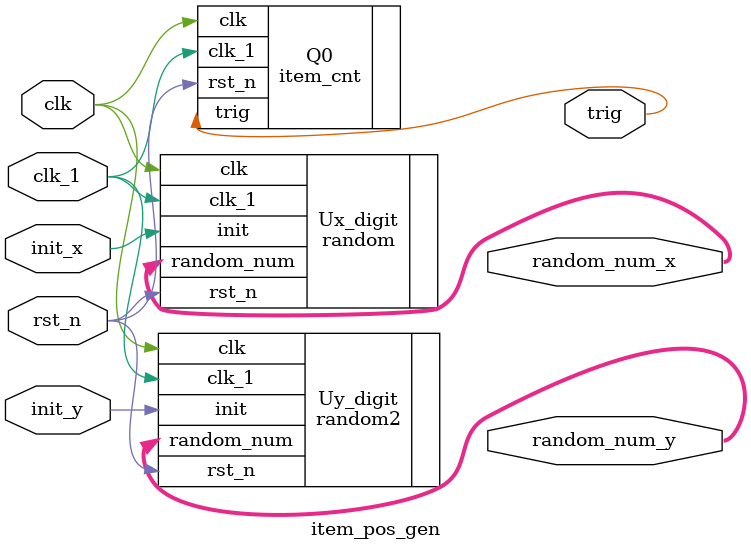
<source format=v>
`timescale 1ns / 1ps


module item_pos_gen(
    clk, rst_n, clk_1,
    trig,
    init_x, init_y,
    random_num_x,
    random_num_y
);
input wire clk, rst_n, clk_1;
input wire init_x, init_y;
output wire trig;
output wire [3:0] random_num_x, random_num_y;

item_cnt Q0(
    .clk(clk),
    .clk_1(clk_1), 
    .rst_n(rst_n),
    .trig(trig)
);
    
random Ux_digit(
    .clk(clk),
    .clk_1(clk_1), 
    .rst_n(rst_n),
    .init(init_x),
    .random_num(random_num_x)
);
    
random2 Uy_digit(
    .clk(clk),
    .clk_1(clk_1), 
    .rst_n(rst_n),
    .init(init_y),
    .random_num(random_num_y)
);

endmodule

</source>
